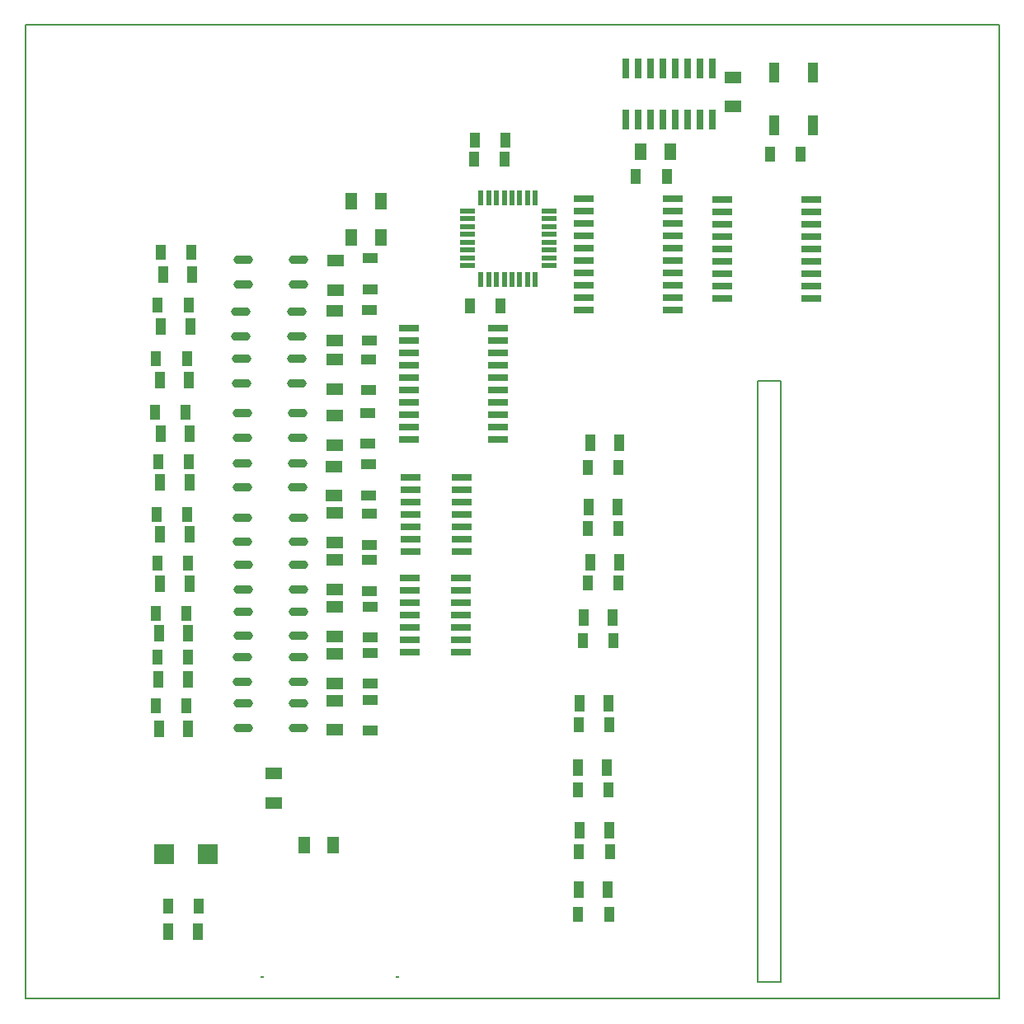
<source format=gbr>
G04 PROTEUS RS274X GERBER FILE*
%FSLAX45Y45*%
%MOMM*%
G01*
%ADD20R,2.032000X0.635000*%
%ADD21R,1.498600X0.558800*%
%ADD22R,0.558800X1.498600*%
%ADD26R,0.635000X2.032000*%
%ADD27R,1.803400X1.143000*%
%ADD28R,1.016000X1.524000*%
%ADD29R,1.524000X1.016000*%
%AMPPAD022*
4,1,36,
-0.977900,-0.012700,
-0.977900,0.012700,
-0.969310,0.100990,
-0.944590,0.182630,
-0.905320,0.256060,
-0.853080,0.319680,
-0.789460,0.371920,
-0.716030,0.411190,
-0.634390,0.435910,
-0.546100,0.444500,
0.546100,0.444500,
0.634390,0.435910,
0.716030,0.411190,
0.789460,0.371920,
0.853080,0.319680,
0.905320,0.256060,
0.944590,0.182630,
0.969310,0.100990,
0.977900,0.012700,
0.977900,-0.012700,
0.969310,-0.100990,
0.944590,-0.182630,
0.905320,-0.256060,
0.853080,-0.319680,
0.789460,-0.371920,
0.716030,-0.411190,
0.634390,-0.435910,
0.546100,-0.444500,
-0.546100,-0.444500,
-0.634390,-0.435910,
-0.716030,-0.411190,
-0.789460,-0.371920,
-0.853080,-0.319680,
-0.905320,-0.256060,
-0.944590,-0.182630,
-0.969310,-0.100990,
-0.977900,-0.012700,
0*%
%ADD72PPAD022*%
%ADD73R,1.092200X1.752600*%
%ADD30R,1.143000X1.803400*%
%ADD37R,2.108200X2.108200*%
%ADD40R,0.300000X0.200000*%
%ADD41R,1.000000X2.000000*%
%ADD43C,0.203200*%
D20*
X-1051350Y-680000D03*
X-1051350Y-807000D03*
X-1051350Y-934000D03*
X-1051350Y-1061000D03*
X-1051350Y-1188000D03*
X-1051350Y-1315000D03*
X-1051350Y-1442000D03*
X-530650Y-1442000D03*
X-530650Y-1315000D03*
X-530650Y-1188000D03*
X-530650Y-1061000D03*
X-530650Y-934000D03*
X-530650Y-807000D03*
X-530650Y-680000D03*
X-1041350Y+356000D03*
X-1041350Y+229000D03*
X-1041350Y+102000D03*
X-1041350Y-25000D03*
X-1041350Y-152000D03*
X-1041350Y-279000D03*
X-1041350Y-406000D03*
X-520650Y-406000D03*
X-520650Y-279000D03*
X-520650Y-152000D03*
X-520650Y-25000D03*
X-520650Y+102000D03*
X-520650Y+229000D03*
X-520650Y+356000D03*
D21*
X-463000Y+3087000D03*
X-463000Y+3007000D03*
X-463000Y+2927000D03*
X-463000Y+2847000D03*
X-463000Y+2767000D03*
X-463000Y+2687000D03*
X-463000Y+2607000D03*
X-463000Y+2527000D03*
D22*
X-323000Y+2387000D03*
X-243000Y+2387000D03*
X-163000Y+2387000D03*
X-83000Y+2387000D03*
X-3000Y+2387000D03*
X+77000Y+2387000D03*
X+157000Y+2387000D03*
X+237000Y+2387000D03*
D21*
X+377000Y+2527000D03*
X+377000Y+2607000D03*
X+377000Y+2687000D03*
X+377000Y+2767000D03*
X+377000Y+2847000D03*
X+377000Y+2927000D03*
X+377000Y+3007000D03*
X+377000Y+3087000D03*
D22*
X+237000Y+3227000D03*
X+157000Y+3227000D03*
X+77000Y+3227000D03*
X-3000Y+3227000D03*
X-83000Y+3227000D03*
X-163000Y+3227000D03*
X-243000Y+3227000D03*
X-323000Y+3227000D03*
D20*
X-1057200Y+1886500D03*
X-1057200Y+1759500D03*
X-1057200Y+1632500D03*
X-1057200Y+1505500D03*
X-1057200Y+1378500D03*
X-1057200Y+1251500D03*
X-1057200Y+1124500D03*
X-1057200Y+997500D03*
X-1057200Y+870500D03*
X-1057200Y+743500D03*
X-142800Y+743500D03*
X-142800Y+870500D03*
X-142800Y+997500D03*
X-142800Y+1124500D03*
X-142800Y+1251500D03*
X-142800Y+1378500D03*
X-142800Y+1505500D03*
X-142800Y+1632500D03*
X-142800Y+1759500D03*
X-142800Y+1886500D03*
X+731800Y+3210500D03*
X+731800Y+3083500D03*
X+731800Y+2956500D03*
X+731800Y+2829500D03*
X+731800Y+2702500D03*
X+731800Y+2575500D03*
X+731800Y+2448500D03*
X+731800Y+2321500D03*
X+731800Y+2194500D03*
X+731800Y+2067500D03*
X+1646200Y+2067500D03*
X+1646200Y+2194500D03*
X+1646200Y+2321500D03*
X+1646200Y+2448500D03*
X+1646200Y+2575500D03*
X+1646200Y+2702500D03*
X+1646200Y+2829500D03*
X+1646200Y+2956500D03*
X+1646200Y+3083500D03*
X+1646200Y+3210500D03*
X+2155800Y+3202000D03*
X+2155800Y+3075000D03*
X+2155800Y+2948000D03*
X+2155800Y+2821000D03*
X+2155800Y+2694000D03*
X+2155800Y+2567000D03*
X+2155800Y+2440000D03*
X+2155800Y+2313000D03*
X+2155800Y+2186000D03*
X+3070200Y+2186000D03*
X+3070200Y+2313000D03*
X+3070200Y+2440000D03*
X+3070200Y+2567000D03*
X+3070200Y+2694000D03*
X+3070200Y+2821000D03*
X+3070200Y+2948000D03*
X+3070200Y+3075000D03*
X+3070200Y+3202000D03*
D26*
X+1163500Y+4029650D03*
X+1290500Y+4029650D03*
X+1417500Y+4029650D03*
X+1544500Y+4029650D03*
X+1671500Y+4029650D03*
X+1798500Y+4029650D03*
X+1925500Y+4029650D03*
X+2052500Y+4029650D03*
X+2052500Y+4550350D03*
X+1925500Y+4550350D03*
X+1798500Y+4550350D03*
X+1671500Y+4550350D03*
X+1544500Y+4550350D03*
X+1417500Y+4550350D03*
X+1290500Y+4550350D03*
X+1163500Y+4550350D03*
D27*
X-1820000Y-2240000D03*
X-1820000Y-1940000D03*
X-1820000Y-1760000D03*
X-1820000Y-1460000D03*
X-1820000Y-1280000D03*
X-1820000Y-980000D03*
X-1820000Y-798000D03*
X-1820000Y-498000D03*
X-1824000Y-314000D03*
X-1824000Y-14000D03*
X-1828000Y+164000D03*
X-1828000Y+464000D03*
X-1825000Y+686000D03*
X-1825000Y+986000D03*
X-1821000Y+1262000D03*
X-1821000Y+1562000D03*
X-1820000Y+1760000D03*
X-1820000Y+2060000D03*
X-1814000Y+2278000D03*
X-1814000Y+2578000D03*
D28*
X-72000Y+3815000D03*
X-386960Y+3815000D03*
X-75040Y+3620000D03*
X-390000Y+3620000D03*
X-434960Y+2110000D03*
X-120000Y+2110000D03*
X+1584960Y+3440000D03*
X+1270000Y+3440000D03*
D29*
X-1455000Y-1935000D03*
X-1455000Y-2249960D03*
X-1457000Y-1450000D03*
X-1457000Y-1764960D03*
X-1460000Y-975040D03*
X-1460000Y-1290000D03*
X-1466000Y-497000D03*
X-1466000Y-811960D03*
X-1466000Y-23000D03*
X-1466000Y-337960D03*
X-1479000Y+484000D03*
X-1479000Y+169040D03*
X-1481000Y+1013000D03*
X-1481000Y+698040D03*
X-1475000Y+1563000D03*
X-1475000Y+1248040D03*
X-1470000Y+2074960D03*
X-1470000Y+1760000D03*
X-1463000Y+2602000D03*
X-1463000Y+2287040D03*
D72*
X-2767000Y-1970000D03*
X-2767000Y-2220000D03*
X-2197000Y-2220000D03*
X-2197000Y-1970000D03*
D73*
X-3330000Y-2230000D03*
X-3630000Y-2230000D03*
D28*
X-3345040Y-1990000D03*
X-3660000Y-1990000D03*
D72*
X-2770000Y-1497000D03*
X-2770000Y-1747000D03*
X-2200000Y-1747000D03*
X-2200000Y-1497000D03*
D73*
X-3331000Y-1724000D03*
X-3631000Y-1724000D03*
D28*
X-3330000Y-1497000D03*
X-3644960Y-1497000D03*
D72*
X-2766000Y-1024000D03*
X-2766000Y-1274000D03*
X-2196000Y-1274000D03*
X-2196000Y-1024000D03*
D73*
X-3330000Y-1250000D03*
X-3630000Y-1250000D03*
D28*
X-3345000Y-1045000D03*
X-3659960Y-1045000D03*
D72*
X-2766000Y-546000D03*
X-2766000Y-796000D03*
X-2196000Y-796000D03*
X-2196000Y-546000D03*
D73*
X-3317000Y-738000D03*
X-3617000Y-738000D03*
D28*
X-3330000Y-530000D03*
X-3644960Y-530000D03*
D72*
X-2770000Y-61000D03*
X-2770000Y-311000D03*
X-2200000Y-311000D03*
X-2200000Y-61000D03*
D73*
X-3315000Y-235000D03*
X-3615000Y-235000D03*
D28*
X-3337000Y-25000D03*
X-3651960Y-25000D03*
D72*
X-2772000Y+500000D03*
X-2772000Y+250000D03*
X-2202000Y+250000D03*
X-2202000Y+500000D03*
D73*
X-3316000Y+302000D03*
X-3616000Y+302000D03*
D28*
X-3319000Y+515000D03*
X-3633960Y+515000D03*
D72*
X-2775000Y+1012000D03*
X-2775000Y+762000D03*
X-2205000Y+762000D03*
X-2205000Y+1012000D03*
D73*
X-3311000Y+802000D03*
X-3611000Y+802000D03*
D28*
X-3356000Y+1025000D03*
X-3670960Y+1025000D03*
D72*
X-2782000Y+1572000D03*
X-2782000Y+1322000D03*
X-2212000Y+1322000D03*
X-2212000Y+1572000D03*
D73*
X-3321000Y+1351000D03*
X-3621000Y+1351000D03*
D28*
X-3343000Y+1572000D03*
X-3657960Y+1572000D03*
D72*
X-2786000Y+2054000D03*
X-2786000Y+1804000D03*
X-2216000Y+1804000D03*
X-2216000Y+2054000D03*
D73*
X-3308000Y+1901000D03*
X-3608000Y+1901000D03*
D28*
X-3325000Y+2123000D03*
X-3639960Y+2123000D03*
D72*
X-2762000Y+2584000D03*
X-2762000Y+2334000D03*
X-2192000Y+2334000D03*
X-2192000Y+2584000D03*
D73*
X-3288000Y+2432000D03*
X-3588000Y+2432000D03*
D28*
X-3293000Y+2665000D03*
X-3607960Y+2665000D03*
D73*
X+683000Y-3881000D03*
X+983000Y-3881000D03*
D28*
X+678000Y-4132000D03*
X+992960Y-4132000D03*
D73*
X+693000Y-3274000D03*
X+993000Y-3274000D03*
D28*
X+686000Y-3495000D03*
X+1000960Y-3495000D03*
D73*
X+673000Y-2625000D03*
X+973000Y-2625000D03*
D28*
X+673000Y-2855000D03*
X+987960Y-2855000D03*
D73*
X+691000Y-1964000D03*
X+991000Y-1964000D03*
D28*
X+683000Y-2185000D03*
X+997960Y-2185000D03*
D73*
X+733000Y-1085000D03*
X+1033000Y-1085000D03*
D28*
X+723000Y-1325000D03*
X+1037960Y-1325000D03*
D73*
X+798000Y-521000D03*
X+1098000Y-521000D03*
D28*
X+773000Y-735000D03*
X+1087960Y-735000D03*
D73*
X+784000Y+47000D03*
X+1084000Y+47000D03*
D28*
X+778000Y-172000D03*
X+1092960Y-172000D03*
D73*
X+798000Y+710000D03*
X+1098000Y+710000D03*
D28*
X+778000Y+458000D03*
X+1092960Y+458000D03*
D30*
X-1650000Y+3190000D03*
X-1350000Y+3190000D03*
X-1650000Y+2820000D03*
X-1350000Y+2820000D03*
D27*
X-2450000Y-2990000D03*
X-2450000Y-2690000D03*
D30*
X-1840000Y-3420000D03*
X-2140000Y-3420000D03*
D37*
X-3580000Y-3520000D03*
X-3130000Y-3520000D03*
D73*
X-3230000Y-4310000D03*
X-3530000Y-4310000D03*
D28*
X-3220000Y-4050000D03*
X-3534960Y-4050000D03*
D40*
X-2568700Y-4781720D03*
X-1178700Y-4781720D03*
D28*
X+2960000Y+3670000D03*
X+2645040Y+3670000D03*
D41*
X+2690000Y+4510000D03*
X+2690000Y+3970000D03*
X+3090000Y+3970000D03*
X+3090000Y+4510000D03*
D27*
X+2270000Y+4460000D03*
X+2270000Y+4160000D03*
D30*
X+1320000Y+3700000D03*
X+1620000Y+3700000D03*
D43*
X-5000000Y-5000000D02*
X+5000000Y-5000000D01*
X+5000000Y+5000000D01*
X-5000000Y+5000000D01*
X-5000000Y-5000000D01*
X+2520000Y-4830000D02*
X+2760000Y-4830000D01*
X+2760000Y+1340000D01*
X+2520000Y+1340000D01*
X+2520000Y-4830000D01*
M02*

</source>
